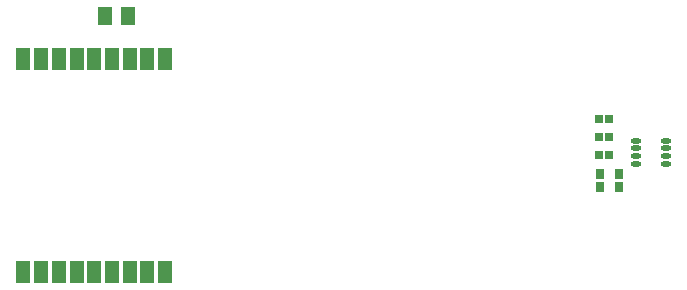
<source format=gts>
G04 Layer: TopSolderMaskLayer*
G04 EasyEDA v6.5.47, 2024-12-05 11:28:38*
G04 e01d2f149ab64b4ea65648a7afd3b608,d06a1f6f384c4cbbbfe4d72778ff38a8,10*
G04 Gerber Generator version 0.2*
G04 Scale: 100 percent, Rotated: No, Reflected: No *
G04 Dimensions in millimeters *
G04 leading zeros omitted , absolute positions ,4 integer and 5 decimal *
%FSLAX45Y45*%
%MOMM*%

%AMMACRO1*4,1,8,-0.3038,-0.3208,-0.3335,-0.2908,-0.3335,0.2911,-0.3038,0.3208,0.3035,0.3208,0.3335,0.2911,0.3335,-0.2908,0.3035,-0.3208,-0.3038,-0.3208,0*%
%AMMACRO2*4,1,8,-0.3039,-0.3208,-0.3336,-0.2908,-0.3336,0.2911,-0.3039,0.3208,0.3037,0.3208,0.3336,0.2911,0.3336,-0.2908,0.3037,-0.3208,-0.3039,-0.3208,0*%
%AMMACRO3*4,1,8,-0.2911,-0.4458,-0.3208,-0.4158,-0.3208,0.4161,-0.2911,0.4458,0.2908,0.4458,0.3208,0.4161,0.3208,-0.4158,0.2908,-0.4458,-0.2911,-0.4458,0*%
%AMMACRO4*4,1,8,-0.5707,-0.95,-0.5999,-0.9205,-0.5999,0.9207,-0.5707,0.95,0.5705,0.95,0.5999,0.9207,0.5999,-0.9205,0.5705,-0.95,-0.5707,-0.95,0*%
%AMMACRO5*4,1,8,-0.5709,-0.95,-0.6001,-0.9205,-0.6001,0.9207,-0.5709,0.95,0.5706,0.95,0.6001,0.9207,0.6001,-0.9205,0.5706,-0.95,-0.5709,-0.95,0*%
%AMMACRO6*4,1,8,-0.5874,-0.7394,-0.6171,-0.7094,-0.6171,0.7097,-0.5874,0.7394,0.5871,0.7394,0.6171,0.7097,0.6171,-0.7094,0.5871,-0.7394,-0.5874,-0.7394,0*%
%ADD10MACRO1*%
%ADD11MACRO2*%
%ADD12MACRO3*%
%ADD13MACRO4*%
%ADD14MACRO5*%
%ADD15O,0.8686037999999999X0.4656074*%
%ADD16MACRO6*%

%LPD*%
D10*
G01*
X6040018Y-1701800D03*
D11*
G01*
X6126594Y-1701800D03*
D10*
G01*
X6040018Y-1854200D03*
D11*
G01*
X6126594Y-1854200D03*
D10*
G01*
X6040018Y-2006600D03*
D11*
G01*
X6126594Y-2006600D03*
D12*
G01*
X6045200Y-2167991D03*
G01*
X6045200Y-2277008D03*
G01*
X6210300Y-2167991D03*
G01*
X6210300Y-2277008D03*
D13*
G01*
X2365298Y-2995498D03*
D14*
G01*
X2215299Y-2995498D03*
D13*
G01*
X2065299Y-2995498D03*
D14*
G01*
X1915299Y-2995498D03*
D13*
G01*
X1765300Y-2995498D03*
D14*
G01*
X1615300Y-2995498D03*
D13*
G01*
X1465300Y-2995498D03*
D14*
G01*
X1315300Y-2995498D03*
D13*
G01*
X1165301Y-2995498D03*
G01*
X1165301Y-1195501D03*
D14*
G01*
X1315300Y-1195501D03*
D13*
G01*
X1465300Y-1195501D03*
D14*
G01*
X1615300Y-1195501D03*
D13*
G01*
X1765300Y-1195501D03*
D14*
G01*
X1915299Y-1195501D03*
D13*
G01*
X2065299Y-1195501D03*
D14*
G01*
X2215299Y-1195501D03*
D13*
G01*
X2365298Y-1195501D03*
D15*
G01*
X6351143Y-1883689D03*
G01*
X6351143Y-1948713D03*
G01*
X6351143Y-2013712D03*
G01*
X6351143Y-2078710D03*
G01*
X6602856Y-2078710D03*
G01*
X6602856Y-2013712D03*
G01*
X6602856Y-1948713D03*
G01*
X6602856Y-1883689D03*
D16*
G01*
X2052434Y-825500D03*
G01*
X1859165Y-825500D03*
M02*

</source>
